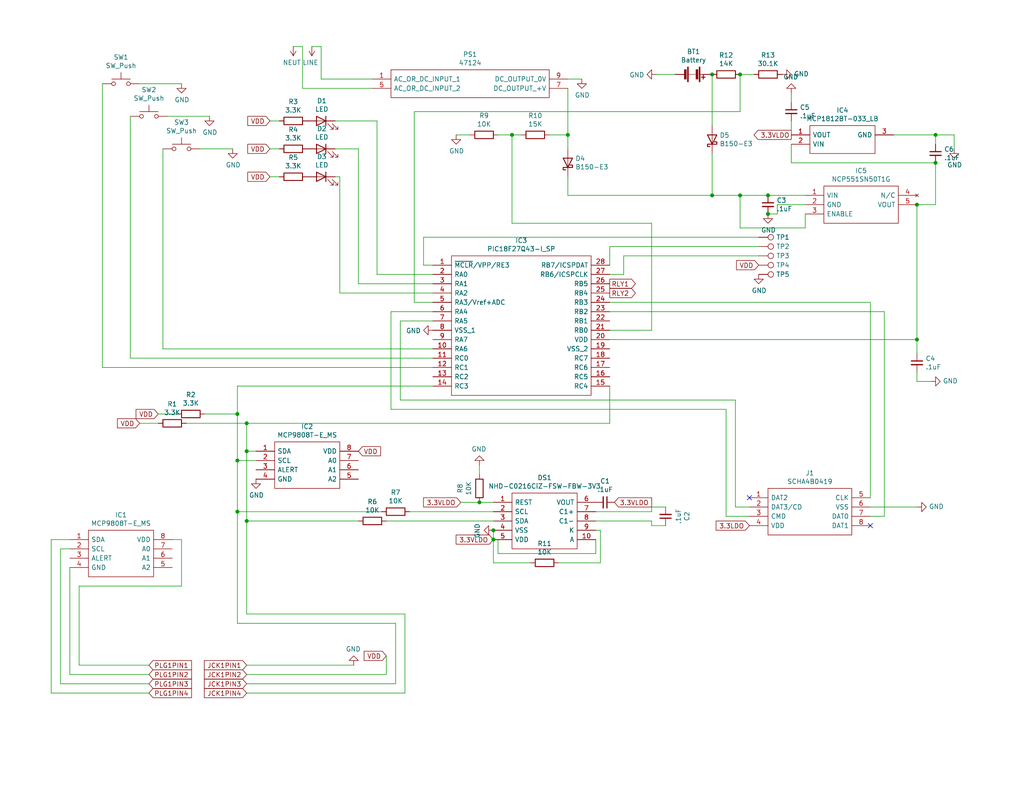
<source format=kicad_sch>
(kicad_sch (version 20211123) (generator eeschema)
  (paper "USLetter")
  (title_block (date "2020-07-20") (rev "0") (company "Spark Solutions") (comment 1 "Processor"))
  (lib_symbols
    (symbol "Connector:TestPoint" (pin_numbers hide) (pin_names (offset 0.762) hide)
      (property "Reference" "TP" (at 0 6.858 0))
      (property "Value" "TestPoint" (at 0 5.08 0))
      (symbol "TestPoint_0_1"
        (circle (center 0 3.302) (radius 0.762))
      )
      (symbol "TestPoint_1_1"
        (pin passive line (at 0 0 90) (length 2.54) (name "1") (number "1"))
      )
    )
    (symbol "Device:Battery" (pin_numbers hide) (pin_names (offset 0) hide)
      (property "Reference" "BT" (at 2.54 2.54 0))
      (property "Value" "Battery" (at 2.54 0 0))
      (symbol "Battery_0_1"
        (rectangle (start -2.032 -1.397) (end 2.032 -1.651) (fill (type outline)))
        (rectangle (start -2.032 1.778) (end 2.032 1.524) (fill (type outline)))
        (rectangle (start -1.3208 -1.9812) (end 1.27 -2.4892) (fill (type outline)))
        (rectangle (start -1.3208 1.1938) (end 1.27 0.6858) (fill (type outline)))
        (polyline (pts (xy 0 -1.524) (xy 0 -1.27)))
        (polyline (pts (xy 0 -1.016) (xy 0 -0.762)))
        (polyline (pts (xy 0 -0.508) (xy 0 -0.254)))
        (polyline (pts (xy 0 0) (xy 0 0.254)))
        (polyline (pts (xy 0 0.508) (xy 0 0.762)))
        (polyline (pts (xy 0 1.778) (xy 0 2.54)))
        (polyline (pts (xy 0.254 2.667) (xy 1.27 2.667)) (stroke (width 0.254)))
        (polyline (pts (xy 0.762 3.175) (xy 0.762 2.159)) (stroke (width 0.254)))
      )
      (symbol "Battery_1_1"
        (pin passive line (at 0 5.08 270) (length 2.54) (name "+") (number "1"))
        (pin passive line (at 0 -5.08 90) (length 2.54) (name "-") (number "2"))
      )
    )
    (symbol "Device:C_Small" (pin_numbers hide) (pin_names (offset 0.254) hide)
      (property "Reference" "C" (at 0.254 1.778 0))
      (property "Value" "C_Small" (at 0.254 -2.032 0))
      (symbol "C_Small_0_1"
        (polyline (pts (xy -1.524 -0.508) (xy 1.524 -0.508)) (stroke (width 0.3302)))
        (polyline (pts (xy -1.524 0.508) (xy 1.524 0.508)) (stroke (width 0.3048)))
      )
      (symbol "C_Small_1_1"
        (pin passive line (at 0 2.54 270) (length 2.032) (name "~") (number "1"))
        (pin passive line (at 0 -2.54 90) (length 2.032) (name "~") (number "2"))
      )
    )
    (symbol "Device:LED" (pin_numbers hide) (pin_names (offset 1.016) hide)
      (property "Reference" "D" (at 0 2.54 0))
      (property "Value" "LED" (at 0 -2.54 0))
      (symbol "LED_0_1"
        (polyline (pts (xy -1.27 -1.27) (xy -1.27 1.27)) (stroke (width 0.254)))
        (polyline (pts (xy -1.27 0) (xy 1.27 0)))
        (polyline (pts (xy 1.27 -1.27) (xy 1.27 1.27) (xy -1.27 0) (xy 1.27 -1.27)) (stroke (width 0.254)))
        (polyline (pts (xy -3.048 -0.762) (xy -4.572 -2.286) (xy -3.81 -2.286) (xy -4.572 -2.286) (xy -4.572 -1.524)))
        (polyline (pts (xy -1.778 -0.762) (xy -3.302 -2.286) (xy -2.54 -2.286) (xy -3.302 -2.286) (xy -3.302 -1.524)))
      )
      (symbol "LED_1_1"
        (pin passive line (at -3.81 0 0) (length 2.54) (name "K") (number "1"))
        (pin passive line (at 3.81 0 180) (length 2.54) (name "A") (number "2"))
      )
    )
    (symbol "Device:R" (pin_numbers hide) (pin_names (offset 0))
      (property "Reference" "R" (at 2.032 0 90))
      (property "Value" "R" (at 0 0 90))
      (symbol "R_0_1"
        (rectangle (start -1.016 -2.54) (end 1.016 2.54) (stroke (width 0.254)))
      )
      (symbol "R_1_1"
        (pin passive line (at 0 3.81 270) (length 1.27) (name "~") (number "1"))
        (pin passive line (at 0 -3.81 90) (length 1.27) (name "~") (number "2"))
      )
    )
    (symbol "Diode:B150-E3" (pin_numbers hide) (pin_names hide)
      (property "Reference" "D" (at 0 2.54 0))
      (property "Value" "B150-E3" (at 0 -2.54 0))
      (symbol "B150-E3_0_1"
        (polyline (pts (xy 1.27 0) (xy -1.27 0)))
        (polyline (pts (xy 1.27 1.27) (xy 1.27 -1.27) (xy -1.27 0) (xy 1.27 1.27)) (stroke (width 0.254)))
        (polyline (pts (xy -1.905 0.635) (xy -1.905 1.27) (xy -1.27 1.27) (xy -1.27 -1.27) (xy -0.635 -1.27) (xy -0.635 -0.635)) (stroke (width 0.254)))
      )
      (symbol "B150-E3_1_1"
        (pin passive line (at -3.81 0 0) (length 2.54) (name "K") (number "1"))
        (pin passive line (at 3.81 0 180) (length 2.54) (name "A") (number "2"))
      )
    )
    (symbol "Processor-rescue:47124-SamacSys_Parts" (pin_names (offset 0.762))
      (property "Reference" "PS" (at 49.53 7.62 0))
      (property "Value" "47124-SamacSys_Parts" (at 49.53 5.08 0))
      (symbol "47124-SamacSys_Parts_0_0"
        (pin passive line (at 0 0 0) (length 5.08) (name "AC_OR_DC_INPUT_1") (number "1"))
        (pin passive line (at 0 -2.54 0) (length 5.08) (name "AC_OR_DC_INPUT_2") (number "5"))
        (pin passive line (at 53.34 -2.54 180) (length 5.08) (name "DC_OUTPUT_+V") (number "7"))
        (pin passive line (at 53.34 0 180) (length 5.08) (name "DC_OUTPUT_0V") (number "9"))
      )
      (symbol "47124-SamacSys_Parts_0_1"
        (polyline (pts (xy 5.08 2.54) (xy 48.26 2.54) (xy 48.26 -5.08) (xy 5.08 -5.08) (xy 5.08 2.54)) (stroke (width 0.1524)))
      )
    )
    (symbol "Processor-rescue:MCP1812BT-033_LB-SamacSys_Parts" (pin_names (offset 0.762))
      (property "Reference" "IC" (at 24.13 7.62 0))
      (property "Value" "MCP1812BT-033_LB-SamacSys_Parts" (at 24.13 5.08 0))
      (symbol "MCP1812BT-033_LB-SamacSys_Parts_0_0"
        (pin passive line (at 0 0 0) (length 5.08) (name "VOUT") (number "1"))
        (pin passive line (at 0 -2.54 0) (length 5.08) (name "VIN") (number "2"))
        (pin passive line (at 27.94 0 180) (length 5.08) (name "GND") (number "3"))
      )
      (symbol "MCP1812BT-033_LB-SamacSys_Parts_0_1"
        (polyline (pts (xy 5.08 2.54) (xy 22.86 2.54) (xy 22.86 -5.08) (xy 5.08 -5.08) (xy 5.08 2.54)) (stroke (width 0.1524)))
      )
    )
    (symbol "Processor-rescue:MCP9808T-E_MS-SamacSys_Parts" (pin_names (offset 0.762))
      (property "Reference" "IC" (at 24.13 7.62 0))
      (property "Value" "MCP9808T-E_MS-SamacSys_Parts" (at 24.13 5.08 0))
      (symbol "MCP9808T-E_MS-SamacSys_Parts_0_0"
        (pin bidirectional line (at 0 0 0) (length 5.08) (name "SDA") (number "1"))
        (pin input line (at 0 -2.54 0) (length 5.08) (name "SCL") (number "2"))
        (pin output line (at 0 -5.08 0) (length 5.08) (name "ALERT") (number "3"))
        (pin power_in line (at 0 -7.62 0) (length 5.08) (name "GND") (number "4"))
        (pin input line (at 27.94 -7.62 180) (length 5.08) (name "A2") (number "5"))
        (pin input line (at 27.94 -5.08 180) (length 5.08) (name "A1") (number "6"))
        (pin input line (at 27.94 -2.54 180) (length 5.08) (name "A0") (number "7"))
        (pin power_in line (at 27.94 0 180) (length 5.08) (name "VDD") (number "8"))
      )
      (symbol "MCP9808T-E_MS-SamacSys_Parts_0_1"
        (polyline (pts (xy 5.08 2.54) (xy 22.86 2.54) (xy 22.86 -10.16) (xy 5.08 -10.16) (xy 5.08 2.54)) (stroke (width 0.1524)))
      )
    )
    (symbol "Processor-rescue:NCP551SN50T1G-SamacSys_Parts" (pin_names (offset 0.762))
      (property "Reference" "IC" (at 26.67 7.62 0))
      (property "Value" "NCP551SN50T1G-SamacSys_Parts" (at 26.67 5.08 0))
      (symbol "NCP551SN50T1G-SamacSys_Parts_0_0"
        (pin passive line (at 0 0 0) (length 5.08) (name "VIN") (number "1"))
        (pin passive line (at 0 -2.54 0) (length 5.08) (name "GND") (number "2"))
        (pin passive line (at 0 -5.08 0) (length 5.08) (name "ENABLE") (number "3"))
        (pin no_connect line (at 30.48 0 180) (length 5.08) (name "N/C") (number "4"))
        (pin passive line (at 30.48 -2.54 180) (length 5.08) (name "VOUT") (number "5"))
      )
      (symbol "NCP551SN50T1G-SamacSys_Parts_0_1"
        (polyline (pts (xy 5.08 2.54) (xy 25.4 2.54) (xy 25.4 -7.62) (xy 5.08 -7.62) (xy 5.08 2.54)) (stroke (width 0.1524)))
      )
    )
    (symbol "Processor-rescue:NHD-C0216CiZ-FSW-FBW-3V3-SamacSys_Parts" (pin_names (offset 0.762))
      (property "Reference" "DS" (at 24.13 7.62 0))
      (property "Value" "NHD-C0216CiZ-FSW-FBW-3V3-SamacSys_Parts" (at 24.13 5.08 0))
      (symbol "NHD-C0216CiZ-FSW-FBW-3V3-SamacSys_Parts_0_0"
        (pin passive line (at 0 0 0) (length 5.08) (name "REST") (number "1"))
        (pin passive line (at 27.94 -10.16 180) (length 5.08) (name "A") (number "10"))
        (pin passive line (at 0 -2.54 0) (length 5.08) (name "SCL") (number "2"))
        (pin passive line (at 0 -5.08 0) (length 5.08) (name "SDA") (number "3"))
        (pin passive line (at 0 -7.62 0) (length 5.08) (name "VSS") (number "4"))
        (pin passive line (at 0 -10.16 0) (length 5.08) (name "VDD") (number "5"))
        (pin passive line (at 27.94 0 180) (length 5.08) (name "VOUT") (number "6"))
        (pin passive line (at 27.94 -2.54 180) (length 5.08) (name "C1+") (number "7"))
        (pin passive line (at 27.94 -5.08 180) (length 5.08) (name "C1-") (number "8"))
        (pin passive line (at 27.94 -7.62 180) (length 5.08) (name "K") (number "9"))
      )
      (symbol "NHD-C0216CiZ-FSW-FBW-3V3-SamacSys_Parts_0_1"
        (polyline (pts (xy 5.08 2.54) (xy 22.86 2.54) (xy 22.86 -12.7) (xy 5.08 -12.7) (xy 5.08 2.54)) (stroke (width 0.1524)))
      )
    )
    (symbol "Processor-rescue:PIC18F27Q43-I_SP-SamacSys_Parts" (pin_names (offset 0.762))
      (property "Reference" "IC" (at 44.45 7.62 0))
      (property "Value" "PIC18F27Q43-I_SP-SamacSys_Parts" (at 44.45 5.08 0))
      (symbol "PIC18F27Q43-I_SP-SamacSys_Parts_0_0"
        (pin passive line (at 0 0 0) (length 5.08) (name "~{MCLR}/VPP/RE3") (number "1"))
        (pin passive line (at 0 -22.86 0) (length 5.08) (name "RA6") (number "10"))
        (pin passive line (at 0 -25.4 0) (length 5.08) (name "RC0") (number "11"))
        (pin passive line (at 0 -27.94 0) (length 5.08) (name "RC1") (number "12"))
        (pin passive line (at 0 -30.48 0) (length 5.08) (name "RC2") (number "13"))
        (pin passive line (at 0 -33.02 0) (length 5.08) (name "RC3") (number "14"))
        (pin passive line (at 48.26 -33.02 180) (length 5.08) (name "RC4") (number "15"))
        (pin passive line (at 48.26 -30.48 180) (length 5.08) (name "RC5") (number "16"))
        (pin passive line (at 48.26 -27.94 180) (length 5.08) (name "RC6") (number "17"))
        (pin passive line (at 48.26 -25.4 180) (length 5.08) (name "RC7") (number "18"))
        (pin passive line (at 48.26 -22.86 180) (length 5.08) (name "VSS_2") (number "19"))
        (pin passive line (at 0 -2.54 0) (length 5.08) (name "RA0") (number "2"))
        (pin passive line (at 48.26 -20.32 180) (length 5.08) (name "VDD") (number "20"))
        (pin passive line (at 48.26 -17.78 180) (length 5.08) (name "RB0") (number "21"))
        (pin passive line (at 48.26 -15.24 180) (length 5.08) (name "RB1") (number "22"))
        (pin passive line (at 48.26 -12.7 180) (length 5.08) (name "RB2") (number "23"))
        (pin passive line (at 48.26 -10.16 180) (length 5.08) (name "RB3") (number "24"))
        (pin passive line (at 48.26 -7.62 180) (length 5.08) (name "RB4") (number "25"))
        (pin passive line (at 48.26 -5.08 180) (length 5.08) (name "RB5") (number "26"))
        (pin passive line (at 48.26 -2.54 180) (length 5.08) (name "RB6/ICSPCLK") (number "27"))
        (pin passive line (at 48.26 0 180) (length 5.08) (name "RB7/ICSPDAT") (number "28"))
        (pin passive line (at 0 -5.08 0) (length 5.08) (name "RA1") (number "3"))
        (pin passive line (at 0 -7.62 0) (length 5.08) (name "RA2") (number "4"))
        (pin passive line (at 0 -10.16 0) (length 5.08) (name "RA3/Vref+ADC") (number "5"))
        (pin passive line (at 0 -12.7 0) (length 5.08) (name "RA4") (number "6"))
        (pin passive line (at 0 -15.24 0) (length 5.08) (name "RA5") (number "7"))
        (pin passive line (at 0 -17.78 0) (length 5.08) (name "VSS_1") (number "8"))
        (pin passive line (at 0 -20.32 0) (length 5.08) (name "RA7") (number "9"))
      )
      (symbol "PIC18F27Q43-I_SP-SamacSys_Parts_0_1"
        (polyline (pts (xy 5.08 2.54) (xy 43.18 2.54) (xy 43.18 -35.56) (xy 5.08 -35.56) (xy 5.08 2.54)) (stroke (width 0.1524)))
      )
    )
    (symbol "Processor-rescue:SCHA4B0419-SamacSys_Parts" (pin_names (offset 0.762))
      (property "Reference" "J" (at 29.21 7.62 0))
      (property "Value" "SCHA4B0419-SamacSys_Parts" (at 29.21 5.08 0))
      (symbol "SCHA4B0419-SamacSys_Parts_0_0"
        (pin passive line (at 0 0 0) (length 5.08) (name "DAT2") (number "1"))
        (pin passive line (at 0 -2.54 0) (length 5.08) (name "DAT3/CD") (number "2"))
        (pin passive line (at 0 -5.08 0) (length 5.08) (name "CMD") (number "3"))
        (pin power_in line (at 0 -7.62 0) (length 5.08) (name "VDD") (number "4"))
        (pin input line (at 33.02 0 180) (length 5.08) (name "CLK") (number "5"))
        (pin power_in line (at 33.02 -2.54 180) (length 5.08) (name "VSS") (number "6"))
        (pin passive line (at 33.02 -5.08 180) (length 5.08) (name "DAT0") (number "7"))
        (pin passive line (at 33.02 -7.62 180) (length 5.08) (name "DAT1") (number "8"))
      )
      (symbol "SCHA4B0419-SamacSys_Parts_0_1"
        (polyline (pts (xy 5.08 2.54) (xy 27.94 2.54) (xy 27.94 -10.16) (xy 5.08 -10.16) (xy 5.08 2.54)) (stroke (width 0.1524)))
      )
    )
    (symbol "Switch:SW_Push" (pin_numbers hide) (pin_names (offset 1.016) hide)
      (property "Reference" "SW" (at 1.27 2.54 0))
      (property "Value" "SW_Push" (at 0 -1.524 0))
      (symbol "SW_Push_0_1"
        (circle (center -2.032 0) (radius 0.508))
        (polyline (pts (xy 0 1.27) (xy 0 3.048)))
        (polyline (pts (xy 2.54 1.27) (xy -2.54 1.27)))
        (circle (center 2.032 0) (radius 0.508))
        (pin passive line (at -5.08 0 0) (length 2.54) (name "1") (number "1"))
        (pin passive line (at 5.08 0 180) (length 2.54) (name "2") (number "2"))
      )
    )
    (symbol "power:GND" (power) (pin_names (offset 0))
      (property "Value" "GND" (at 0 -3.81 0))
      (symbol "GND_0_1"
        (polyline (pts (xy 0 0) (xy 0 -1.27) (xy 1.27 -1.27) (xy 0 -2.54) (xy -1.27 -1.27) (xy 0 -1.27)))
      )
      (symbol "GND_1_1"
        (pin power_in line (at 0 0 270) (length 0) hide (name "GND") (number "1"))
      )
    )
    (symbol "power:LINE" (power) (pin_names (offset 0))
      (property "Value" "LINE" (at 0 3.81 0))
      (symbol "LINE_0_1"
        (polyline (pts (xy -0.762 1.27) (xy 0 2.54)))
        (polyline (pts (xy 0 0) (xy 0 2.54)))
        (polyline (pts (xy 0 2.54) (xy 0.762 1.27)))
      )
      (symbol "LINE_1_1"
        (pin power_in line (at 0 0 90) (length 0) hide (name "LINE") (number "1"))
      )
    )
    (symbol "power:NEUT" (power) (pin_names (offset 0))
      (property "Value" "NEUT" (at 0 3.81 0))
      (symbol "NEUT_0_1"
        (polyline (pts (xy -0.762 1.27) (xy 0 2.54)))
        (polyline (pts (xy 0 0) (xy 0 2.54)))
        (polyline (pts (xy 0 2.54) (xy 0.762 1.27)))
      )
      (symbol "NEUT_1_1"
        (pin power_in line (at 0 0 90) (length 0) hide (name "NEUT") (number "1"))
      )
    )
  )
  (junction (at 134.62 147.32))
  (junction (at 250.19 55.88))
  (junction (at 64.77 139.7))
  (junction (at 64.77 113.03))
  (junction (at 209.55 58.42))
  (junction (at 139.7 36.83))
  (junction (at 67.31 123.19))
  (junction (at 255.27 36.83))
  (junction (at 255.27 44.45))
  (junction (at 194.31 20.32))
  (junction (at 67.31 142.24))
  (junction (at 130.81 137.16))
  (junction (at 64.77 125.73))
  (junction (at 250.19 92.71))
  (junction (at 67.31 115.57))
  (junction (at 194.31 53.34))
  (junction (at 201.93 53.34))
  (junction (at 209.55 53.34))
  (junction (at 201.93 20.32))
  (junction (at 154.94 36.83))
  (junction (at 134.62 144.78))
  (no_connect (at 237.49 143.51))
  (no_connect (at 204.47 135.89))
  (wire (pts (xy 102.87 74.93) (xy 118.11 74.93)))
  (wire (pts (xy 163.83 144.78) (xy 163.83 153.67)))
  (wire (pts (xy 49.53 147.32) (xy 49.53 160.02)))
  (wire (pts (xy 250.19 104.14) (xy 254 104.14)))
  (wire (pts (xy 87.63 21.59) (xy 87.63 12.7)))
  (wire (pts (xy 44.45 40.64) (xy 44.45 95.25)))
  (wire (pts (xy 255.27 39.37) (xy 255.27 36.83)))
  (wire (pts (xy 102.87 33.02) (xy 102.87 74.93)))
  (wire (pts (xy 67.31 115.57) (xy 67.31 123.19)))
  (wire (pts (xy 21.59 181.61) (xy 40.64 181.61)))
  (wire (pts (xy 118.11 100.33) (xy 27.94 100.33)))
  (wire (pts (xy 177.8 142.24) (xy 177.8 143.51)))
  (wire (pts (xy 166.37 115.57) (xy 166.37 105.41)))
  (wire (pts (xy 67.31 186.69) (xy 107.95 186.69)))
  (wire (pts (xy 16.51 186.69) (xy 40.64 186.69)))
  (wire (pts (xy 91.44 48.26) (xy 92.71 48.26)))
  (wire (pts (xy 215.9 44.45) (xy 255.27 44.45)))
  (wire (pts (xy 255.27 36.83) (xy 260.35 36.83)))
  (wire (pts (xy 166.37 85.09) (xy 241.3 85.09)))
  (wire (pts (xy 134.62 144.78) (xy 134.62 147.32)))
  (wire (pts (xy 35.56 31.75) (xy 35.56 97.79)))
  (wire (pts (xy 201.93 20.32) (xy 201.93 30.48)))
  (wire (pts (xy 91.44 33.02) (xy 102.87 33.02)))
  (wire (pts (xy 201.93 53.34) (xy 209.55 53.34)))
  (wire (pts (xy 237.49 82.55) (xy 237.49 135.89)))
  (wire (pts (xy 73.66 48.26) (xy 76.2 48.26)))
  (wire (pts (xy 194.31 53.34) (xy 201.93 53.34)))
  (wire (pts (xy 135.89 151.13) (xy 162.56 151.13)))
  (wire (pts (xy 97.79 77.47) (xy 97.79 40.64)))
  (wire (pts (xy 82.55 12.7) (xy 82.55 24.13)))
  (wire (pts (xy 109.22 87.63) (xy 109.22 109.22)))
  (wire (pts (xy 241.3 85.09) (xy 241.3 140.97)))
  (wire (pts (xy 92.71 80.01) (xy 92.71 48.26)))
  (wire (pts (xy 73.66 40.64) (xy 76.2 40.64)))
  (wire (pts (xy 201.93 20.32) (xy 205.74 20.32)))
  (wire (pts (xy 49.53 22.86) (xy 38.1 22.86)))
  (wire (pts (xy 194.31 20.32) (xy 194.31 34.29)))
  (wire (pts (xy 125.73 137.16) (xy 130.81 137.16)))
  (wire (pts (xy 170.18 69.85) (xy 207.01 69.85)))
  (wire (pts (xy 154.94 36.83) (xy 154.94 40.64)))
  (wire (pts (xy 162.56 139.7) (xy 177.8 139.7)))
  (wire (pts (xy 250.19 92.71) (xy 250.19 96.52)))
  (wire (pts (xy 16.51 149.86) (xy 16.51 186.69)))
  (wire (pts (xy 109.22 109.22) (xy 200.66 109.22)))
  (wire (pts (xy 250.19 101.6) (xy 250.19 104.14)))
  (wire (pts (xy 144.78 153.67) (xy 134.62 153.67)))
  (wire (pts (xy 128.27 36.83) (xy 124.46 36.83)))
  (wire (pts (xy 106.68 85.09) (xy 118.11 85.09)))
  (wire (pts (xy 166.37 72.39) (xy 166.37 67.31)))
  (wire (pts (xy 134.62 147.32) (xy 134.62 153.67)))
  (wire (pts (xy 64.77 113.03) (xy 55.88 113.03)))
  (wire (pts (xy 139.7 36.83) (xy 139.7 60.96)))
  (wire (pts (xy 215.9 36.83) (xy 215.9 33.02)))
  (wire (pts (xy 219.71 55.88) (xy 212.09 55.88)))
  (wire (pts (xy 64.77 125.73) (xy 64.77 139.7)))
  (wire (pts (xy 19.05 154.94) (xy 19.05 184.15)))
  (wire (pts (xy 113.03 82.55) (xy 118.11 82.55)))
  (wire (pts (xy 166.37 92.71) (xy 250.19 92.71)))
  (wire (pts (xy 154.94 21.59) (xy 158.75 21.59)))
  (wire (pts (xy 107.95 170.18) (xy 107.95 186.69)))
  (wire (pts (xy 67.31 142.24) (xy 97.79 142.24)))
  (wire (pts (xy 69.85 123.19) (xy 67.31 123.19)))
  (wire (pts (xy 67.31 142.24) (xy 67.31 167.64)))
  (wire (pts (xy 177.8 143.51) (xy 181.61 143.51)))
  (wire (pts (xy 166.37 74.93) (xy 170.18 74.93)))
  (wire (pts (xy 21.59 160.02) (xy 21.59 181.61)))
  (wire (pts (xy 80.01 12.7) (xy 82.55 12.7)))
  (wire (pts (xy 177.8 138.43) (xy 181.61 138.43)))
  (wire (pts (xy 135.89 36.83) (xy 139.7 36.83)))
  (wire (pts (xy 106.68 111.76) (xy 106.68 85.09)))
  (wire (pts (xy 162.56 142.24) (xy 177.8 142.24)))
  (wire (pts (xy 113.03 30.48) (xy 113.03 82.55)))
  (wire (pts (xy 19.05 147.32) (xy 13.97 147.32)))
  (wire (pts (xy 64.77 113.03) (xy 64.77 125.73)))
  (wire (pts (xy 209.55 53.34) (xy 219.71 53.34)))
  (wire (pts (xy 105.41 179.07) (xy 105.41 184.15)))
  (wire (pts (xy 67.31 184.15) (xy 105.41 184.15)))
  (wire (pts (xy 201.93 30.48) (xy 113.03 30.48)))
  (wire (pts (xy 67.31 115.57) (xy 166.37 115.57)))
  (wire (pts (xy 105.41 142.24) (xy 134.62 142.24)))
  (wire (pts (xy 219.71 58.42) (xy 219.71 62.23)))
  (wire (pts (xy 198.12 140.97) (xy 198.12 111.76)))
  (wire (pts (xy 73.66 33.02) (xy 76.2 33.02)))
  (wire (pts (xy 215.9 27.94) (xy 215.9 25.4)))
  (wire (pts (xy 149.86 36.83) (xy 154.94 36.83)))
  (wire (pts (xy 87.63 21.59) (xy 101.6 21.59)))
  (wire (pts (xy 130.81 129.54) (xy 130.81 127)))
  (wire (pts (xy 255.27 55.88) (xy 250.19 55.88)))
  (wire (pts (xy 67.31 123.19) (xy 67.31 142.24)))
  (wire (pts (xy 162.56 151.13) (xy 162.56 147.32)))
  (wire (pts (xy 139.7 60.96) (xy 177.8 60.96)))
  (wire (pts (xy 177.8 60.96) (xy 177.8 90.17)))
  (wire (pts (xy 67.31 189.23) (xy 110.49 189.23)))
  (wire (pts (xy 212.09 58.42) (xy 209.55 58.42)))
  (wire (pts (xy 135.89 147.32) (xy 135.89 151.13)))
  (wire (pts (xy 162.56 144.78) (xy 163.83 144.78)))
  (wire (pts (xy 118.11 97.79) (xy 35.56 97.79)))
  (wire (pts (xy 67.31 115.57) (xy 50.8 115.57)))
  (wire (pts (xy 19.05 184.15) (xy 40.64 184.15)))
  (wire (pts (xy 64.77 170.18) (xy 107.95 170.18)))
  (wire (pts (xy 118.11 72.39) (xy 115.57 72.39)))
  (wire (pts (xy 82.55 24.13) (xy 101.6 24.13)))
  (wire (pts (xy 49.53 160.02) (xy 21.59 160.02)))
  (wire (pts (xy 13.97 189.23) (xy 40.64 189.23)))
  (wire (pts (xy 46.99 147.32) (xy 49.53 147.32)))
  (wire (pts (xy 212.09 55.88) (xy 212.09 58.42)))
  (wire (pts (xy 200.66 138.43) (xy 200.66 109.22)))
  (wire (pts (xy 111.76 139.7) (xy 134.62 139.7)))
  (wire (pts (xy 115.57 64.77) (xy 207.01 64.77)))
  (wire (pts (xy 215.9 39.37) (xy 215.9 44.45)))
  (wire (pts (xy 154.94 48.26) (xy 154.94 53.34)))
  (wire (pts (xy 67.31 167.64) (xy 110.49 167.64)))
  (wire (pts (xy 154.94 53.34) (xy 194.31 53.34)))
  (wire (pts (xy 63.5 40.64) (xy 54.61 40.64)))
  (wire (pts (xy 139.7 36.83) (xy 142.24 36.83)))
  (wire (pts (xy 237.49 138.43) (xy 250.19 138.43)))
  (wire (pts (xy 64.77 139.7) (xy 104.14 139.7)))
  (wire (pts (xy 97.79 77.47) (xy 118.11 77.47)))
  (wire (pts (xy 64.77 139.7) (xy 64.77 170.18)))
  (wire (pts (xy 177.8 90.17) (xy 166.37 90.17)))
  (wire (pts (xy 260.35 40.64) (xy 260.35 36.83)))
  (wire (pts (xy 57.15 31.75) (xy 45.72 31.75)))
  (wire (pts (xy 67.31 181.61) (xy 96.52 181.61)))
  (wire (pts (xy 19.05 149.86) (xy 16.51 149.86)))
  (wire (pts (xy 154.94 24.13) (xy 154.94 36.83)))
  (wire (pts (xy 204.47 138.43) (xy 200.66 138.43)))
  (wire (pts (xy 255.27 44.45) (xy 255.27 55.88)))
  (wire (pts (xy 13.97 147.32) (xy 13.97 189.23)))
  (wire (pts (xy 115.57 72.39) (xy 115.57 64.77)))
  (wire (pts (xy 179.07 20.32) (xy 184.15 20.32)))
  (wire (pts (xy 43.18 115.57) (xy 38.1 115.57)))
  (wire (pts (xy 27.94 22.86) (xy 27.94 100.33)))
  (wire (pts (xy 219.71 62.23) (xy 201.93 62.23)))
  (wire (pts (xy 64.77 105.41) (xy 64.77 113.03)))
  (wire (pts (xy 163.83 153.67) (xy 152.4 153.67)))
  (wire (pts (xy 201.93 62.23) (xy 201.93 53.34)))
  (wire (pts (xy 166.37 82.55) (xy 237.49 82.55)))
  (wire (pts (xy 237.49 140.97) (xy 241.3 140.97)))
  (wire (pts (xy 85.09 12.7) (xy 87.63 12.7)))
  (wire (pts (xy 118.11 105.41) (xy 64.77 105.41)))
  (wire (pts (xy 166.37 67.31) (xy 207.01 67.31)))
  (wire (pts (xy 110.49 167.64) (xy 110.49 189.23)))
  (wire (pts (xy 69.85 125.73) (xy 64.77 125.73)))
  (wire (pts (xy 48.26 113.03) (xy 43.18 113.03)))
  (wire (pts (xy 177.8 139.7) (xy 177.8 138.43)))
  (wire (pts (xy 92.71 80.01) (xy 118.11 80.01)))
  (wire (pts (xy 250.19 55.88) (xy 250.19 92.71)))
  (wire (pts (xy 194.31 41.91) (xy 194.31 53.34)))
  (wire (pts (xy 118.11 87.63) (xy 109.22 87.63)))
  (wire (pts (xy 198.12 111.76) (xy 106.68 111.76)))
  (wire (pts (xy 91.44 40.64) (xy 97.79 40.64)))
  (wire (pts (xy 130.81 137.16) (xy 134.62 137.16)))
  (wire (pts (xy 170.18 69.85) (xy 170.18 74.93)))
  (wire (pts (xy 243.84 36.83) (xy 255.27 36.83)))
  (wire (pts (xy 118.11 95.25) (xy 44.45 95.25)))
  (wire (pts (xy 204.47 140.97) (xy 198.12 140.97)))
  (global_label "VDD" (shape input) (at 73.66 33.02 180) (property "Intersheet References" "${INTERSHEET_REFS}" (effects hide)))
  (global_label "RLY1" (shape output) (at 166.37 77.47 0) (property "Intersheet References" "${INTERSHEET_REFS}" (effects hide)))
  (global_label "3.3LDO" (shape input) (at 204.47 143.51 180) (property "Intersheet References" "${INTERSHEET_REFS}" (effects hide)))
  (global_label "3.3VLDO" (shape output) (at 215.9 36.83 180) (property "Intersheet References" "${INTERSHEET_REFS}" (effects hide)))
  (global_label "VDD" (shape input) (at 97.79 123.19 0) (property "Intersheet References" "${INTERSHEET_REFS}" (effects hide)))
  (global_label "JCK1PIN1" (shape input) (at 67.31 181.61 180) (property "Intersheet References" "${INTERSHEET_REFS}" (effects hide)))
  (global_label "VDD" (shape input) (at 38.1 115.57 180) (property "Intersheet References" "${INTERSHEET_REFS}" (effects hide)))
  (global_label "3.3VLDO" (shape input) (at 134.62 147.32 180) (property "Intersheet References" "${INTERSHEET_REFS}" (effects hide)))
  (global_label "VDD" (shape input) (at 73.66 40.64 180) (property "Intersheet References" "${INTERSHEET_REFS}" (effects hide)))
  (global_label "VDD" (shape input) (at 43.18 113.03 180) (property "Intersheet References" "${INTERSHEET_REFS}" (effects hide)))
  (global_label "JCK1PIN3" (shape input) (at 67.31 186.69 180) (property "Intersheet References" "${INTERSHEET_REFS}" (effects hide)))
  (global_label "PLG1PIN1" (shape input) (at 40.64 181.61 0) (property "Intersheet References" "${INTERSHEET_REFS}" (effects hide)))
  (global_label "RLY2" (shape output) (at 166.37 80.01 0) (property "Intersheet References" "${INTERSHEET_REFS}" (effects hide)))
  (global_label "VDD" (shape input) (at 73.66 48.26 180) (property "Intersheet References" "${INTERSHEET_REFS}" (effects hide)))
  (global_label "PLG1PIN3" (shape input) (at 40.64 186.69 0) (property "Intersheet References" "${INTERSHEET_REFS}" (effects hide)))
  (global_label "VDD" (shape input) (at 207.01 72.39 180) (property "Intersheet References" "${INTERSHEET_REFS}" (effects hide)))
  (global_label "VDD" (shape input) (at 105.41 179.07 180) (property "Intersheet References" "${INTERSHEET_REFS}" (effects hide)))
  (global_label "3.3VLDO" (shape input) (at 167.64 137.16 0) (property "Intersheet References" "${INTERSHEET_REFS}" (effects hide)))
  (global_label "3.3VLDO" (shape input) (at 125.73 137.16 180) (property "Intersheet References" "${INTERSHEET_REFS}" (effects hide)))
  (global_label "PLG1PIN2" (shape input) (at 40.64 184.15 0) (property "Intersheet References" "${INTERSHEET_REFS}" (effects hide)))
  (global_label "PLG1PIN4" (shape input) (at 40.64 189.23 0) (property "Intersheet References" "${INTERSHEET_REFS}" (effects hide)))
  (global_label "JCK1PIN4" (shape input) (at 67.31 189.23 180) (property "Intersheet References" "${INTERSHEET_REFS}" (effects hide)))
  (global_label "JCK1PIN2" (shape input) (at 67.31 184.15 180) (property "Intersheet References" "${INTERSHEET_REFS}" (effects hide)))
  (symbol (lib_id "power:GND") (at 69.85 130.81 0) (unit 1)
    (property "Reference" "#PWR04" (effects hide))
    (property "Value" "GND" (at 69.977 135.2042 0))
  )
  (symbol (lib_id "power:GND") (at 96.52 181.61 180) (unit 1)
    (property "Reference" "#PWR07" (effects hide))
    (property "Value" "GND" (at 96.393 177.2158 0))
  )
  (symbol (lib_id "Switch:SW_Push") (at 33.02 22.86 0) (unit 1)
    (property "Reference" "SW1" (at 33.02 15.621 0))
    (property "Value" "SW_Push" (at 33.02 17.9324 0))
    (property "Footprint" "Button_Switch_SMD:SW_Push_1P1T_NO_6x6mm_H9.5mm" (effects hide))
  )
  (symbol (lib_id "Switch:SW_Push") (at 40.64 31.75 0) (unit 1)
    (property "Reference" "SW2" (at 40.64 24.511 0))
    (property "Value" "SW_Push" (at 40.64 26.8224 0))
    (property "Footprint" "Button_Switch_SMD:SW_Push_1P1T_NO_6x6mm_H9.5mm" (effects hide))
  )
  (symbol (lib_id "Switch:SW_Push") (at 49.53 40.64 0) (unit 1)
    (property "Reference" "SW3" (at 49.53 33.401 0))
    (property "Value" "SW_Push" (at 49.53 35.7124 0))
    (property "Footprint" "Button_Switch_SMD:SW_Push_1P1T_NO_6x6mm_H9.5mm" (effects hide))
  )
  (symbol (lib_id "power:GND") (at 63.5 40.64 0) (unit 1)
    (property "Reference" "#PWR03" (effects hide))
    (property "Value" "GND" (at 63.627 45.0342 0))
  )
  (symbol (lib_id "power:GND") (at 57.15 31.75 0) (unit 1)
    (property "Reference" "#PWR02" (effects hide))
    (property "Value" "GND" (at 57.277 36.1442 0))
  )
  (symbol (lib_id "power:GND") (at 49.53 22.86 0) (unit 1)
    (property "Reference" "#PWR01" (effects hide))
    (property "Value" "GND" (at 49.657 27.2542 0))
  )
  (symbol (lib_id "Device:C_Small") (at 250.19 99.06 0) (unit 1)
    (property "Reference" "C4" (at 252.5268 97.8916 0) (effects (justify left)))
    (property "Value" ".1uF" (at 252.5268 100.203 0) (effects (justify left)))
    (property "Footprint" "Capacitor_SMD:C_0805_2012Metric_Pad1.18x1.45mm_HandSolder" (effects hide))
  )
  (symbol (lib_id "power:GND") (at 260.35 40.64 0) (unit 1)
    (property "Reference" "#PWR020" (effects hide))
    (property "Value" "GND" (at 260.477 45.0342 0))
  )
  (symbol (lib_id "power:GND") (at 209.55 58.42 0) (unit 1)
    (property "Reference" "#PWR015" (effects hide))
    (property "Value" "GND" (at 209.677 62.8142 0))
  )
  (symbol (lib_id "Device:Battery") (at 189.23 20.32 270) (unit 1)
    (property "Reference" "BT1" (at 189.23 14.097 90))
    (property "Value" "Battery" (at 189.23 16.4084 90))
    (property "Footprint" "Battery:BatteryHolder_MPD_BC12AAPC_2xAA" (effects hide))
  )
  (symbol (lib_id "power:GND") (at 179.07 20.32 270) (unit 1)
    (property "Reference" "#PWR013" (effects hide))
    (property "Value" "GND" (at 175.8188 20.447 90) (effects (justify right)))
  )
  (symbol (lib_id "power:GND") (at 213.36 20.32 90) (unit 1)
    (property "Reference" "#PWR016" (effects hide))
    (property "Value" "GND" (at 216.6112 20.193 90) (effects (justify right)))
  )
  (symbol (lib_id "Device:R") (at 209.55 20.32 270) (unit 1)
    (property "Reference" "R13" (at 209.55 15.0622 90))
    (property "Value" "30.1K" (at 209.55 17.3736 90))
    (property "Footprint" "Resistor_SMD:R_0603_1608Metric_Pad0.98x0.95mm_HandSolder" (effects hide))
  )
  (symbol (lib_id "Device:R") (at 198.12 20.32 90) (unit 1)
    (property "Reference" "R12" (at 198.12 15.0622 90))
    (property "Value" "14K" (at 198.12 17.3736 90))
    (property "Footprint" "Resistor_SMD:R_0603_1608Metric_Pad0.98x0.95mm_HandSolder" (effects hide))
  )
  (symbol (lib_id "Processor-rescue:47124-SamacSys_Parts") (at 101.6 21.59 0) (unit 1)
    (property "Reference" "PS1" (at 128.27 14.859 0))
    (property "Value" "47124" (at 128.27 17.1704 0))
    (property "Footprint" "47124" (effects hide))
    (property "Datasheet" "http://www.farnell.com/datasheets/606238.pdf" (effects hide))
    (property "Description" "AC/DC PCB Mount Power Supply, Switch Mode, Adjustable, Fixed, 85 V, 265 V, 2.5 W, 12 V, 210 mA RoHS Compliant: Yes" (effects hide))
    (property "Height" "22.3" (effects hide))
    (property "Manufacturer_Name" "MYRRA" (effects hide))
    (property "Manufacturer_Part_Number" "47124" (effects hide))
    (property "Arrow Part Number" "47124" (effects hide))
  )
  (symbol (lib_id "Processor-rescue:PIC18F27Q43-I_SP-SamacSys_Parts") (at 118.11 72.39 0) (unit 1)
    (property "Reference" "IC3" (at 142.24 65.659 0))
    (property "Value" "PIC18F27Q43-I_SP" (at 142.24 67.9704 0))
    (property "Footprint" "DIP794W56P254L3486H508Q28N" (effects hide))
    (property "Datasheet" "https://componentsearchengine.com/Datasheets/2/PIC18F27Q43-I_SP.pdf" (effects hide))
    (property "Description" "8-bit Microcontrollers - MCU 128KB Flash, 8KB RAM, 1KB EEPROM, 12b ADC2, 5b DAC, Comp, PWM, CCP, CWG, HLT, WWDT, SCAN/CRC, ZCD, PPS, EUSART, SPI/I2C, IDLE/DOZE/PMD" (effects hide))
    (property "Height" "5.08" (effects hide))
    (property "Mouser Part Number" "579-PIC18F27Q43-I/SP" (effects hide))
    (property "Mouser Price/Stock" "https://www.mouser.co.uk/ProductDetail/Microchip-Technology/PIC18F27Q43-I-SP?qs=T3oQrply3y9%2F3lp5qsrz4w%3D%3D" (effects hide))
    (property "Manufacturer_Name" "Microchip" (effects hide))
    (property "Manufacturer_Part_Number" "PIC18F27Q43-I/SP" (effects hide))
  )
  (symbol (lib_id "Processor-rescue:MCP9808T-E_MS-SamacSys_Parts") (at 69.85 123.19 0) (unit 1)
    (property "Reference" "IC2" (at 83.82 116.459 0))
    (property "Value" "MCP9808T-E_MS" (at 83.82 118.7704 0))
    (property "Footprint" "SOP65P490X110-8N" (effects hide))
    (property "Datasheet" "https://ww1.microchip.com/downloads/en/DeviceDoc/25095A.pdf" (effects hide))
    (property "Description" "Microchip MCP9808T-E/MS, Temperature Converter -40  +125 C +/-1C Serial-I2C, SMBus, 8-Pin MSOP" (effects hide))
    (property "Height" "1.1" (effects hide))
    (property "Mouser Part Number" "579-MCP9808T-E/MS" (effects hide))
    (property "Mouser Price/Stock" "https://www.mouser.co.uk/ProductDetail/Microchip-Technology/MCP9808T-E-MS?qs=fgHA1UgJI8BYolGts7svKQ%3D%3D" (effects hide))
    (property "Manufacturer_Name" "Microchip" (effects hide))
    (property "Manufacturer_Part_Number" "MCP9808T-E/MS" (effects hide))
  )
  (symbol (lib_id "Processor-rescue:MCP9808T-E_MS-SamacSys_Parts") (at 19.05 147.32 0) (unit 1)
    (property "Reference" "IC1" (at 33.02 140.589 0))
    (property "Value" "MCP9808T-E_MS" (at 33.02 142.9004 0))
    (property "Footprint" "SOP65P490X110-8N" (effects hide))
    (property "Datasheet" "https://ww1.microchip.com/downloads/en/DeviceDoc/25095A.pdf" (effects hide))
    (property "Description" "Microchip MCP9808T-E/MS, Temperature Converter -40  +125 C +/-1C Serial-I2C, SMBus, 8-Pin MSOP" (effects hide))
    (property "Height" "1.1" (effects hide))
    (property "Mouser Part Number" "579-MCP9808T-E/MS" (effects hide))
    (property "Mouser Price/Stock" "https://www.mouser.co.uk/ProductDetail/Microchip-Technology/MCP9808T-E-MS?qs=fgHA1UgJI8BYolGts7svKQ%3D%3D" (effects hide))
    (property "Manufacturer_Name" "Microchip" (effects hide))
    (property "Manufacturer_Part_Number" "MCP9808T-E/MS" (effects hide))
  )
  (symbol (lib_id "Processor-rescue:SCHA4B0419-SamacSys_Parts") (at 204.47 135.89 0) (unit 1)
    (property "Reference" "J1" (at 220.98 129.159 0))
    (property "Value" "SCHA4B0419" (at 220.98 131.4704 0))
    (property "Footprint" "SCHA4B0419" (effects hide))
    (property "Description" "Memory Card Connectors" (effects hide))
    (property "Mouser Part Number" "688-SCHA4B0419" (effects hide))
    (property "Mouser Price/Stock" "https://www.mouser.co.uk/ProductDetail/ALPS/SCHA4B0419?qs=9Bj94LTQhPBSHliECEbqJw%3D%3D" (effects hide))
    (property "Manufacturer_Name" "ALPS" (effects hide))
    (property "Manufacturer_Part_Number" "SCHA4B0419" (effects hide))
  )
  (symbol (lib_id "Processor-rescue:NCP551SN50T1G-SamacSys_Parts") (at 219.71 53.34 0) (unit 1)
    (property "Reference" "IC5" (at 234.95 46.609 0))
    (property "Value" "NCP551SN50T1G" (at 234.95 48.9204 0))
    (property "Footprint" "SOT95P275X110-5N" (effects hide))
    (property "Datasheet" "http://www.onsemi.com/pub/Collateral/NCP551-D.PDF" (effects hide))
    (property "Description" "ON Semiconductor NCP551SN50T1G, LDO Voltage Regulator, 150mA, 5 V 2%, 0  12 Vin, 5-Pin TSOP" (effects hide))
    (property "Height" "1.1" (effects hide))
    (property "Mouser Part Number" "863-NCP551SN50T1G" (effects hide))
    (property "Mouser Price/Stock" "https://www.mouser.co.uk/ProductDetail/ON-Semiconductor/NCP551SN50T1G?qs=%2FugrpAKHX8qYwrg%2F5Smfsg%3D%3D" (effects hide))
    (property "Manufacturer_Name" "ON Semiconductor" (effects hide))
    (property "Manufacturer_Part_Number" "NCP551SN50T1G" (effects hide))
  )
  (symbol (lib_id "Processor-rescue:MCP1812BT-033_LB-SamacSys_Parts") (at 215.9 36.83 0) (unit 1)
    (property "Reference" "IC4" (at 229.87 30.099 0))
    (property "Value" "MCP1812BT-033_LB" (at 229.87 32.4104 0))
    (property "Footprint" "SOT65P210X110-3N" (effects hide))
    (property "Datasheet" "https://componentsearchengine.com//MCP1812BT-033_LB.pdf" (effects hide))
    (property "Description" "LDO Voltage Regulators Ultra Low Iq LDO" (effects hide))
    (property "Height" "1.1" (effects hide))
    (property "Mouser Part Number" "579-MCP1812BT-033/LB" (effects hide))
    (property "Mouser Price/Stock" "https://www.mouser.co.uk/ProductDetail/Microchip-Technology/MCP1812BT-033-LB?qs=byeeYqUIh0OAvmgcjtWJGQ%3D%3D" (effects hide))
    (property "Manufacturer_Name" "Microchip" (effects hide))
    (property "Manufacturer_Part_Number" "MCP1812BT-033/LB" (effects hide))
  )
  (symbol (lib_id "power:NEUT") (at 80.01 12.7 180) (unit 1)
    (property "Reference" "#PWR05" (effects hide))
    (property "Value" "NEUT" (at 79.629 17.0942 0))
  )
  (symbol (lib_id "power:LINE") (at 85.09 12.7 180) (unit 1)
    (property "Reference" "#PWR06" (effects hide))
    (property "Value" "LINE" (at 84.709 17.0942 0))
  )
  (symbol (lib_id "Processor-rescue:NHD-C0216CiZ-FSW-FBW-3V3-SamacSys_Parts") (at 134.62 137.16 0) (unit 1)
    (property "Reference" "DS1" (at 148.59 130.429 0))
    (property "Value" "NHD-C0216CiZ-FSW-FBW-3V3" (at 148.59 132.7404 0))
    (property "Footprint" "NHD-C0216CIZ-FSW-FBW-3V3" (effects hide))
    (property "Datasheet" "https://componentsearchengine.com/Datasheets/1/NHD-C0216CiZ-FSW-FBW-3V3.pdf" (effects hide))
    (property "Description" "LCD Character Display Modules & Accessories FSTN (+) Transfl 56.0 x 25.3 x 5.5" (effects hide))
    (property "Mouser Part Number" "763-C0216CIZFSWFBW3V" (effects hide))
    (property "Mouser Price/Stock" "https://www.mouser.co.uk/ProductDetail/Newhaven-Display/NHD-C0216CiZ-FSW-FBW-3V3?qs=Vb5qD4CGh4kMzks2c1g3mA%3D%3D" (effects hide))
    (property "Manufacturer_Name" "Newhaven Display" (effects hide))
    (property "Manufacturer_Part_Number" "NHD-C0216CiZ-FSW-FBW-3V3" (effects hide))
  )
  (symbol (lib_id "power:GND") (at 158.75 21.59 0) (unit 1)
    (property "Reference" "#PWR012" (effects hide))
    (property "Value" "GND" (at 158.877 25.9842 0))
  )
  (symbol (lib_id "Device:R") (at 132.08 36.83 270) (unit 1)
    (property "Reference" "R9" (at 132.08 31.5722 90))
    (property "Value" "10K" (at 132.08 33.8836 90))
    (property "Footprint" "Resistor_SMD:R_0603_1608Metric_Pad0.98x0.95mm_HandSolder" (effects hide))
  )
  (symbol (lib_id "power:GND") (at 124.46 36.83 0) (unit 1)
    (property "Reference" "#PWR09" (effects hide))
    (property "Value" "GND" (at 124.587 41.2242 0))
  )
  (symbol (lib_id "Diode:B150-E3") (at 154.94 44.45 90) (unit 1)
    (property "Reference" "D4" (at 156.972 43.2816 90) (effects (justify right)))
    (property "Value" "B150-E3" (at 156.972 45.593 90) (effects (justify right)))
    (property "Footprint" "Diode_SMD:D_SMA" (effects hide))
    (property "Datasheet" "http://www.vishay.com/docs/88946/b120.pdf" (effects hide))
  )
  (symbol (lib_id "Device:R") (at 146.05 36.83 90) (unit 1)
    (property "Reference" "R10" (at 146.05 31.5722 90))
    (property "Value" "15K" (at 146.05 33.8836 90))
    (property "Footprint" "Resistor_SMD:R_0603_1608Metric_Pad0.98x0.95mm_HandSolder" (effects hide))
  )
  (symbol (lib_id "Diode:B150-E3") (at 194.31 38.1 90) (unit 1)
    (property "Reference" "D5" (at 196.342 36.9316 90) (effects (justify right)))
    (property "Value" "B150-E3" (at 196.342 39.243 90) (effects (justify right)))
    (property "Footprint" "Diode_SMD:D_SMA" (effects hide))
    (property "Datasheet" "http://www.vishay.com/docs/88946/b120.pdf" (effects hide))
  )
  (symbol (lib_id "power:GND") (at 254 104.14 90) (unit 1)
    (property "Reference" "#PWR019" (effects hide))
    (property "Value" "GND" (at 257.2512 104.013 90) (effects (justify right)))
  )
  (symbol (lib_id "Device:R") (at 52.07 113.03 270) (unit 1)
    (property "Reference" "R2" (at 52.07 107.7722 90))
    (property "Value" "3.3K" (at 52.07 110.0836 90))
    (property "Footprint" "Resistor_SMD:R_0603_1608Metric_Pad0.98x0.95mm_HandSolder" (effects hide))
  )
  (symbol (lib_id "Device:R") (at 46.99 115.57 270) (unit 1)
    (property "Reference" "R1" (at 46.99 110.3122 90))
    (property "Value" "3.3K" (at 46.99 112.6236 90))
    (property "Footprint" "Resistor_SMD:R_0603_1608Metric_Pad0.98x0.95mm_HandSolder" (effects hide))
  )
  (symbol (lib_id "Connector:TestPoint") (at 207.01 64.77 270) (mirror x) (unit 1)
    (property "Reference" "TP1" (at 211.7852 64.77 90) (effects (justify left)))
    (property "Value" "TestPoint" (effects hide))
    (property "Footprint" "TestPoint:TestPoint_Bridge_Pitch2.54mm_Drill0.7mm" (effects hide))
  )
  (symbol (lib_id "Device:R") (at 148.59 153.67 270) (unit 1)
    (property "Reference" "R11" (at 148.59 148.4122 90))
    (property "Value" "10K" (at 148.59 150.7236 90))
    (property "Footprint" "Resistor_SMD:R_0603_1608Metric_Pad0.98x0.95mm_HandSolder" (effects hide))
  )
  (symbol (lib_id "Device:R") (at 101.6 142.24 270) (unit 1)
    (property "Reference" "R6" (at 101.6 136.9822 90))
    (property "Value" "10K" (at 101.6 139.2936 90))
    (property "Footprint" "Resistor_SMD:R_0603_1608Metric_Pad0.98x0.95mm_HandSolder" (effects hide))
  )
  (symbol (lib_id "Device:R") (at 107.95 139.7 270) (unit 1)
    (property "Reference" "R7" (at 107.95 134.4422 90))
    (property "Value" "10K" (at 107.95 136.7536 90))
    (property "Footprint" "Resistor_SMD:R_0603_1608Metric_Pad0.98x0.95mm_HandSolder" (effects hide))
  )
  (symbol (lib_id "Device:R") (at 130.81 133.35 0) (mirror x) (unit 1)
    (property "Reference" "R8" (at 125.5522 133.35 90))
    (property "Value" "10K" (at 127.8636 133.35 90))
    (property "Footprint" "Resistor_SMD:R_0603_1608Metric_Pad0.98x0.95mm_HandSolder" (effects hide))
  )
  (symbol (lib_id "power:GND") (at 130.81 127 180) (unit 1)
    (property "Reference" "#PWR010" (effects hide))
    (property "Value" "GND" (at 130.683 122.6058 0))
  )
  (symbol (lib_id "power:GND") (at 134.62 144.78 270) (unit 1)
    (property "Reference" "#PWR011" (effects hide))
    (property "Value" "GND" (at 130.2258 144.907 0))
  )
  (symbol (lib_id "Connector:TestPoint") (at 207.01 67.31 270) (mirror x) (unit 1)
    (property "Reference" "TP2" (at 211.7852 67.31 90) (effects (justify left)))
    (property "Value" "TestPoint" (effects hide))
    (property "Footprint" "TestPoint:TestPoint_Bridge_Pitch2.54mm_Drill0.7mm" (effects hide))
  )
  (symbol (lib_id "Connector:TestPoint") (at 207.01 69.85 270) (mirror x) (unit 1)
    (property "Reference" "TP3" (at 211.7852 69.85 90) (effects (justify left)))
    (property "Value" "TestPoint" (effects hide))
    (property "Footprint" "TestPoint:TestPoint_Bridge_Pitch2.54mm_Drill0.7mm" (effects hide))
  )
  (symbol (lib_id "Connector:TestPoint") (at 207.01 72.39 270) (mirror x) (unit 1)
    (property "Reference" "TP4" (at 211.7852 72.39 90) (effects (justify left)))
    (property "Value" "TestPoint" (effects hide))
    (property "Footprint" "TestPoint:TestPoint_Bridge_Pitch2.54mm_Drill0.7mm" (effects hide))
  )
  (symbol (lib_id "Connector:TestPoint") (at 207.01 74.93 270) (mirror x) (unit 1)
    (property "Reference" "TP5" (at 211.7852 74.93 90) (effects (justify left)))
    (property "Value" "TestPoint" (effects hide))
    (property "Footprint" "TestPoint:TestPoint_Bridge_Pitch2.54mm_Drill0.7mm" (effects hide))
  )
  (symbol (lib_id "power:GND") (at 207.01 74.93 0) (unit 1)
    (property "Reference" "#PWR014" (effects hide))
    (property "Value" "GND" (at 207.137 79.3242 0))
  )
  (symbol (lib_id "power:GND") (at 250.19 138.43 90) (unit 1)
    (property "Reference" "#PWR018" (effects hide))
    (property "Value" "GND" (at 253.4412 138.303 90) (effects (justify right)))
  )
  (symbol (lib_id "power:GND") (at 118.11 90.17 270) (unit 1)
    (property "Reference" "#PWR08" (effects hide))
    (property "Value" "GND" (at 114.8588 90.297 90) (effects (justify right)))
  )
  (symbol (lib_id "Device:LED") (at 87.63 33.02 0) (mirror y) (unit 1)
    (property "Reference" "D1" (at 87.8078 27.5082 0))
    (property "Value" "LED" (at 87.8078 29.8196 0))
    (property "Footprint" "LED_SMD:LED_0603_1608Metric_Pad1.05x0.95mm_HandSolder" (effects hide))
  )
  (symbol (lib_id "Device:LED") (at 87.63 40.64 0) (mirror y) (unit 1)
    (property "Reference" "D2" (at 87.8078 35.1282 0))
    (property "Value" "LED" (at 87.8078 37.4396 0))
    (property "Footprint" "LED_SMD:LED_0603_1608Metric_Pad1.05x0.95mm_HandSolder" (effects hide))
  )
  (symbol (lib_id "Device:LED") (at 87.63 48.26 0) (mirror y) (unit 1)
    (property "Reference" "D3" (at 87.8078 42.7482 0))
    (property "Value" "LED" (at 87.8078 45.0596 0))
    (property "Footprint" "LED_SMD:LED_0603_1608Metric_Pad1.05x0.95mm_HandSolder" (effects hide))
  )
  (symbol (lib_id "Device:R") (at 80.01 48.26 270) (unit 1)
    (property "Reference" "R5" (at 80.01 43.0022 90))
    (property "Value" "3.3K" (at 80.01 45.3136 90))
    (property "Footprint" "Resistor_SMD:R_0603_1608Metric_Pad0.98x0.95mm_HandSolder" (effects hide))
  )
  (symbol (lib_id "Device:R") (at 80.01 40.64 270) (unit 1)
    (property "Reference" "R4" (at 80.01 35.3822 90))
    (property "Value" "3.3K" (at 80.01 37.6936 90))
    (property "Footprint" "Resistor_SMD:R_0603_1608Metric_Pad0.98x0.95mm_HandSolder" (effects hide))
  )
  (symbol (lib_id "Device:R") (at 80.01 33.02 270) (unit 1)
    (property "Reference" "R3" (at 80.01 27.7622 90))
    (property "Value" "3.3K" (at 80.01 30.0736 90))
    (property "Footprint" "Resistor_SMD:R_0603_1608Metric_Pad0.98x0.95mm_HandSolder" (effects hide))
  )
  (symbol (lib_id "Device:C_Small") (at 209.55 55.88 0) (unit 1)
    (property "Reference" "C3" (at 211.8868 54.7116 0) (effects (justify left)))
    (property "Value" ".1uF" (at 211.8868 57.023 0) (effects (justify left)))
    (property "Footprint" "Capacitor_SMD:C_0805_2012Metric_Pad1.18x1.45mm_HandSolder" (effects hide))
  )
  (symbol (lib_id "Device:C_Small") (at 255.27 41.91 0) (unit 1)
    (property "Reference" "C6" (at 257.6068 40.7416 0) (effects (justify left)))
    (property "Value" ".1uF" (at 257.6068 43.053 0) (effects (justify left)))
    (property "Footprint" "Capacitor_SMD:C_0805_2012Metric_Pad1.18x1.45mm_HandSolder" (effects hide))
  )
  (symbol (lib_id "Device:C_Small") (at 215.9 30.48 0) (unit 1)
    (property "Reference" "C5" (at 218.2368 29.3116 0) (effects (justify left)))
    (property "Value" ".1uF" (at 218.2368 31.623 0) (effects (justify left)))
    (property "Footprint" "Capacitor_SMD:C_0805_2012Metric_Pad1.18x1.45mm_HandSolder" (effects hide))
  )
  (symbol (lib_id "power:GND") (at 215.9 25.4 180) (unit 1)
    (property "Reference" "#PWR017" (effects hide))
    (property "Value" "GND" (at 215.773 21.0058 0))
  )
  (symbol (lib_id "Device:C_Small") (at 181.61 140.97 180) (unit 1)
    (property "Reference" "C2" (at 187.4266 140.97 90))
    (property "Value" ".1uF" (at 185.1152 140.97 90))
    (property "Footprint" "Capacitor_SMD:C_0805_2012Metric_Pad1.18x1.45mm_HandSolder" (effects hide))
  )
  (symbol (lib_id "Device:C_Small") (at 165.1 137.16 270) (unit 1)
    (property "Reference" "C1" (at 165.1 131.3434 90))
    (property "Value" ".1uF" (at 165.1 133.6548 90))
    (property "Footprint" "Capacitor_SMD:C_0805_2012Metric_Pad1.18x1.45mm_HandSolder" (effects hide))
  )
)
</source>
